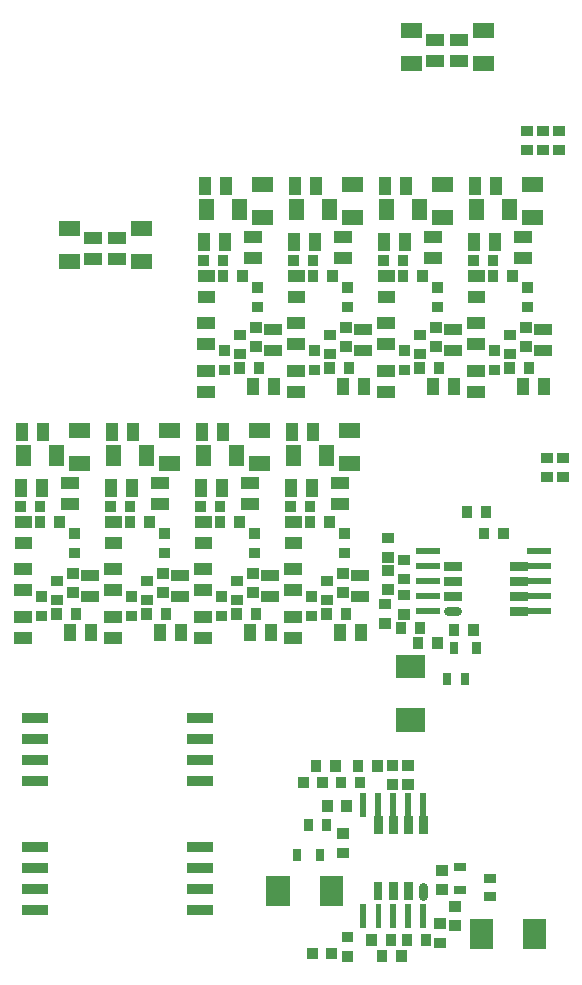
<source format=gbr>
G04 start of page 17 for group -4014 idx -4014 *
G04 Title: EPTPREAMPS, bottompaste *
G04 Creator: pcb 1.99z *
G04 CreationDate: Do 09 Apr 2015 07:41:23 GMT UTC *
G04 For: stephan *
G04 Format: Gerber/RS-274X *
G04 PCB-Dimensions (mil): 2952.76 4724.41 *
G04 PCB-Coordinate-Origin: lower left *
%MOIN*%
%FSLAX25Y25*%
%LNBOTTOMPASTE*%
%ADD257R,0.0787X0.0787*%
%ADD256R,0.0280X0.0280*%
%ADD255C,0.0300*%
%ADD254R,0.0300X0.0300*%
%ADD253R,0.0280X0.0280*%
%ADD252R,0.0180X0.0180*%
%ADD251R,0.0200X0.0200*%
%ADD250R,0.0350X0.0350*%
%ADD249R,0.0394X0.0394*%
%ADD248R,0.0500X0.0500*%
G54D248*X75000Y336941D02*X77000D01*
X75000Y325941D02*X77000D01*
G54D249*X83000Y333941D02*X85000D01*
X83000Y326941D02*X85000D01*
G54D248*X99000Y336941D02*X101000D01*
X99000Y325941D02*X101000D01*
G54D249*X91000Y333941D02*X93000D01*
X91000Y326941D02*X93000D01*
G54D250*X117000Y130941D02*X122000D01*
X117000Y123941D02*X122000D01*
X117000Y116941D02*X122000D01*
X117000Y109941D02*X122000D01*
X62000D02*X67000D01*
X62000Y116941D02*X67000D01*
X62000Y123941D02*X67000D01*
X62000Y130941D02*X67000D01*
X239050Y363241D02*X239450D01*
X239050Y369641D02*X239450D01*
X235050Y254241D02*X235450D01*
X235050Y260641D02*X235450D01*
X228300Y363241D02*X228700D01*
X228300Y369641D02*X228700D01*
X240300Y254241D02*X240700D01*
X240300Y260641D02*X240700D01*
X233800Y369641D02*X234200D01*
X233800Y363241D02*X234200D01*
X62000Y152941D02*X67000D01*
X62000Y159941D02*X67000D01*
X62000Y166941D02*X67000D01*
X62000Y173941D02*X67000D01*
X117000D02*X122000D01*
X117000Y166941D02*X122000D01*
X117000Y159941D02*X122000D01*
X117000Y152941D02*X122000D01*
G54D248*X229500Y340691D02*X231500D01*
X229500Y351691D02*X231500D01*
X211750Y344441D02*Y342441D01*
X222750Y344441D02*Y342441D01*
G54D249*X211250Y352191D02*Y350191D01*
X218250Y352191D02*Y350191D01*
X210500Y289691D02*X212500D01*
X210500Y282691D02*X212500D01*
X226250Y334191D02*X228250D01*
X226250Y327191D02*X228250D01*
X210500Y305691D02*X212500D01*
X210500Y298691D02*X212500D01*
G54D250*X217550Y289991D02*X217950D01*
X217550Y296391D02*X217950D01*
X222800Y301641D02*X223200D01*
X222800Y295241D02*X223200D01*
X217200Y326641D02*Y326241D01*
X210800Y326641D02*Y326241D01*
G54D249*X218000Y333691D02*Y331691D01*
X211000Y333691D02*Y331691D01*
X210750Y314191D02*X212750D01*
X210750Y321191D02*X212750D01*
G54D250*X228050Y297741D02*X228450D01*
X228050Y304141D02*X228450D01*
X228550Y310991D02*X228950D01*
X228550Y317391D02*X228950D01*
X217300Y321391D02*Y320991D01*
X223700Y321391D02*Y320991D01*
G54D249*X233000Y296441D02*X235000D01*
X233000Y303441D02*X235000D01*
X227250Y285441D02*Y283441D01*
X234250Y285441D02*Y283441D01*
G54D250*X222800Y290891D02*Y290491D01*
X229200Y290891D02*Y290491D01*
G54D248*X199500Y340691D02*X201500D01*
X199500Y351691D02*X201500D01*
X181750Y344441D02*Y342441D01*
X192750Y344441D02*Y342441D01*
G54D249*X181250Y352191D02*Y350191D01*
X188250Y352191D02*Y350191D01*
X180500Y289691D02*X182500D01*
X180500Y282691D02*X182500D01*
X196250Y334191D02*X198250D01*
X196250Y327191D02*X198250D01*
X180500Y305691D02*X182500D01*
X180500Y298691D02*X182500D01*
G54D250*X187550Y289991D02*X187950D01*
X187550Y296391D02*X187950D01*
X192800Y301641D02*X193200D01*
X192800Y295241D02*X193200D01*
X187200Y326641D02*Y326241D01*
X180800Y326641D02*Y326241D01*
G54D249*X188000Y333691D02*Y331691D01*
X181000Y333691D02*Y331691D01*
X180750Y314191D02*X182750D01*
X180750Y321191D02*X182750D01*
G54D250*X198050Y297741D02*X198450D01*
X198050Y304141D02*X198450D01*
X198550Y310991D02*X198950D01*
X198550Y317391D02*X198950D01*
X187300Y321391D02*Y320991D01*
X193700Y321391D02*Y320991D01*
G54D249*X203000Y296441D02*X205000D01*
X203000Y303441D02*X205000D01*
X197250Y285441D02*Y283441D01*
X204250Y285441D02*Y283441D01*
G54D250*X192800Y290891D02*Y290491D01*
X199200Y290891D02*Y290491D01*
G54D248*X169500Y340691D02*X171500D01*
X169500Y351691D02*X171500D01*
X151750Y344441D02*Y342441D01*
X162750Y344441D02*Y342441D01*
G54D249*X151250Y352191D02*Y350191D01*
X158250Y352191D02*Y350191D01*
X150500Y289691D02*X152500D01*
X150500Y282691D02*X152500D01*
X166250Y334191D02*X168250D01*
X166250Y327191D02*X168250D01*
X150500Y305691D02*X152500D01*
X150500Y298691D02*X152500D01*
G54D250*X157550Y289991D02*X157950D01*
X157550Y296391D02*X157950D01*
X162800Y301641D02*X163200D01*
X162800Y295241D02*X163200D01*
X157200Y326641D02*Y326241D01*
X150800Y326641D02*Y326241D01*
G54D249*X158000Y333691D02*Y331691D01*
X151000Y333691D02*Y331691D01*
X150750Y314191D02*X152750D01*
X150750Y321191D02*X152750D01*
G54D250*X168050Y297741D02*X168450D01*
X168050Y304141D02*X168450D01*
X168550Y310991D02*X168950D01*
X168550Y317391D02*X168950D01*
X157300Y321391D02*Y320991D01*
X163700Y321391D02*Y320991D01*
G54D249*X173000Y296441D02*X175000D01*
X173000Y303441D02*X175000D01*
X167250Y285441D02*Y283441D01*
X174250Y285441D02*Y283441D01*
G54D250*X162800Y290891D02*Y290491D01*
X169200Y290891D02*Y290491D01*
G54D248*X139500Y340691D02*X141500D01*
X139500Y351691D02*X141500D01*
X121750Y344441D02*Y342441D01*
X132750Y344441D02*Y342441D01*
G54D249*X121250Y352191D02*Y350191D01*
X128250Y352191D02*Y350191D01*
X120500Y289691D02*X122500D01*
X120500Y282691D02*X122500D01*
X136250Y334191D02*X138250D01*
X136250Y327191D02*X138250D01*
X120500Y305691D02*X122500D01*
X120500Y298691D02*X122500D01*
G54D250*X127550Y289991D02*X127950D01*
X127550Y296391D02*X127950D01*
X132800Y301641D02*X133200D01*
X132800Y295241D02*X133200D01*
X127200Y326641D02*Y326241D01*
X120800Y326641D02*Y326241D01*
G54D249*X128000Y333691D02*Y331691D01*
X121000Y333691D02*Y331691D01*
X120750Y314191D02*X122750D01*
X120750Y321191D02*X122750D01*
G54D250*X138050Y297741D02*X138450D01*
X138050Y304141D02*X138450D01*
X138550Y310991D02*X138950D01*
X138550Y317391D02*X138950D01*
X127300Y321391D02*Y320991D01*
X133700Y321391D02*Y320991D01*
G54D249*X143000Y296441D02*X145000D01*
X143000Y303441D02*X145000D01*
X137250Y285441D02*Y283441D01*
X144250Y285441D02*Y283441D01*
G54D250*X132800Y290891D02*Y290491D01*
X139200Y290891D02*Y290491D01*
X168550Y100891D02*X168950D01*
X168550Y94491D02*X168950D01*
X157050Y95641D02*Y95241D01*
X163450Y95641D02*Y95241D01*
X180300Y94891D02*Y94491D01*
X186700Y94891D02*Y94491D01*
X168450Y144891D02*Y144491D01*
X162050Y144891D02*Y144491D01*
X188800Y151741D02*X189200D01*
X188800Y158141D02*X189200D01*
X183550Y151741D02*X183950D01*
X183550Y158141D02*X183950D01*
X172300D02*Y157741D01*
X178700Y158141D02*Y157741D01*
X166550Y152641D02*Y152241D01*
X172950Y152641D02*Y152241D01*
X154050Y152641D02*Y152241D01*
X160450Y152641D02*Y152241D01*
X164700Y158141D02*Y157741D01*
X158300Y158141D02*Y157741D01*
X204300Y104741D02*X204700D01*
X204300Y111141D02*X204700D01*
X200050Y116741D02*X200450D01*
X200050Y123141D02*X200450D01*
X199300Y105391D02*X199700D01*
X199300Y98991D02*X199700D01*
X188550Y100141D02*Y99741D01*
X194950Y100141D02*Y99741D01*
X176800Y100141D02*Y99741D01*
X183200Y100141D02*Y99741D01*
G54D251*X194000Y110941D02*Y104941D01*
X189000Y110941D02*Y104941D01*
X184000Y110941D02*Y104941D01*
G54D252*X179000Y110941D02*Y104941D01*
G54D251*X174000Y110941D02*Y104941D01*
X189000Y147941D02*Y141941D01*
X194000Y147941D02*Y141941D01*
X174000Y147941D02*Y141941D01*
X179000Y147941D02*Y141941D01*
X184000Y147941D02*Y141941D01*
G54D253*X152000Y128741D02*Y127541D01*
X159600Y128741D02*Y127541D01*
X155800Y138941D02*Y137741D01*
X161800Y138941D02*Y137741D01*
G54D250*X167050Y135391D02*X167450D01*
X167050Y128991D02*X167450D01*
G54D253*X205600Y124191D02*X206800D01*
X205600Y116591D02*X206800D01*
X215800Y120391D02*X217000D01*
X215800Y114391D02*X217000D01*
G54D254*X189000Y117691D02*Y114691D01*
X194000Y139691D02*Y136691D01*
X184000Y139691D02*Y136691D01*
X189000Y139691D02*Y136691D01*
X184000Y117691D02*Y114691D01*
G54D255*X194000Y117691D02*Y114691D01*
G54D256*X179000Y117691D02*Y114691D01*
G54D254*Y139691D02*Y136691D01*
X202250Y214441D02*X205250D01*
X224250Y209441D02*X227250D01*
X224250Y219441D02*X227250D01*
X224250Y214441D02*X227250D01*
X202250Y219441D02*X205250D01*
G54D255*X202250Y209441D02*X205250D01*
G54D254*X202250Y224441D02*X205250D01*
X224250D02*X227250D01*
G54D250*X181050Y205491D02*X181450D01*
X181050Y211891D02*X181450D01*
X192300Y199141D02*Y198741D01*
X198700Y199141D02*Y198741D01*
X204300Y203391D02*Y202991D01*
X210700Y203391D02*Y202991D01*
X192950Y204141D02*Y203741D01*
X186550Y204141D02*Y203741D01*
X187300Y214891D02*X187700D01*
X187300Y208491D02*X187700D01*
X187300Y226641D02*X187700D01*
X187300Y220241D02*X187700D01*
G54D253*X211750Y197841D02*Y196641D01*
X204150Y197841D02*Y196641D01*
X207950Y187641D02*Y186441D01*
X201950Y187641D02*Y186441D01*
G54D250*X182050Y223141D02*X182450D01*
X182050Y216741D02*X182450D01*
G54D251*X192500Y209441D02*X198500D01*
X192500Y214441D02*X198500D01*
X192500Y219441D02*X198500D01*
X192500Y224441D02*X198500D01*
X192500Y229441D02*X198500D01*
X229500Y214441D02*X235500D01*
X229500Y209441D02*X235500D01*
X229500Y229441D02*X235500D01*
X229500Y224441D02*X235500D01*
X229500Y219441D02*X235500D01*
G54D250*X182050Y233891D02*X182450D01*
X182050Y227491D02*X182450D01*
X214300Y235641D02*Y235241D01*
X220700Y235641D02*Y235241D01*
X71800Y208891D02*Y208491D01*
X78200Y208891D02*Y208491D01*
G54D249*X76250Y203441D02*Y201441D01*
X83250Y203441D02*Y201441D01*
X82000Y214441D02*X84000D01*
X82000Y221441D02*X84000D01*
G54D250*X66300Y239391D02*Y238991D01*
X72700Y239391D02*Y238991D01*
X77550Y228991D02*X77950D01*
X77550Y235391D02*X77950D01*
X77050Y215741D02*X77450D01*
X77050Y222141D02*X77450D01*
G54D249*X59750Y232191D02*X61750D01*
X59750Y239191D02*X61750D01*
X67000Y251691D02*Y249691D01*
X60000Y251691D02*Y249691D01*
G54D250*X66200Y244641D02*Y244241D01*
X59800Y244641D02*Y244241D01*
X71800Y219641D02*X72200D01*
X71800Y213241D02*X72200D01*
X66550Y207991D02*X66950D01*
X66550Y214391D02*X66950D01*
G54D249*X59500Y223691D02*X61500D01*
X59500Y216691D02*X61500D01*
X75250Y252191D02*X77250D01*
X75250Y245191D02*X77250D01*
X59500Y207691D02*X61500D01*
X59500Y200691D02*X61500D01*
X60250Y270191D02*Y268191D01*
X67250Y270191D02*Y268191D01*
G54D248*X60750Y262441D02*Y260441D01*
X71750Y262441D02*Y260441D01*
X78500Y258691D02*X80500D01*
X78500Y269691D02*X80500D01*
G54D250*X101800Y208891D02*Y208491D01*
X108200Y208891D02*Y208491D01*
G54D249*X106250Y203441D02*Y201441D01*
X113250Y203441D02*Y201441D01*
X112000Y214441D02*X114000D01*
X112000Y221441D02*X114000D01*
G54D250*X96300Y239391D02*Y238991D01*
X102700Y239391D02*Y238991D01*
X107550Y228991D02*X107950D01*
X107550Y235391D02*X107950D01*
X107050Y215741D02*X107450D01*
X107050Y222141D02*X107450D01*
G54D249*X89750Y232191D02*X91750D01*
X89750Y239191D02*X91750D01*
X97000Y251691D02*Y249691D01*
X90000Y251691D02*Y249691D01*
G54D250*X96200Y244641D02*Y244241D01*
X89800Y244641D02*Y244241D01*
X101800Y219641D02*X102200D01*
X101800Y213241D02*X102200D01*
X96550Y207991D02*X96950D01*
X96550Y214391D02*X96950D01*
G54D249*X89500Y223691D02*X91500D01*
X89500Y216691D02*X91500D01*
X105250Y252191D02*X107250D01*
X105250Y245191D02*X107250D01*
X89500Y207691D02*X91500D01*
X89500Y200691D02*X91500D01*
X90250Y270191D02*Y268191D01*
X97250Y270191D02*Y268191D01*
G54D248*X90750Y262441D02*Y260441D01*
X101750Y262441D02*Y260441D01*
X108500Y258691D02*X110500D01*
X108500Y269691D02*X110500D01*
G54D250*X131800Y208891D02*Y208491D01*
X138200Y208891D02*Y208491D01*
G54D249*X136250Y203441D02*Y201441D01*
X143250Y203441D02*Y201441D01*
X142000Y214441D02*X144000D01*
X142000Y221441D02*X144000D01*
G54D250*X126300Y239391D02*Y238991D01*
X132700Y239391D02*Y238991D01*
X137550Y228991D02*X137950D01*
X137550Y235391D02*X137950D01*
X137050Y215741D02*X137450D01*
X137050Y222141D02*X137450D01*
G54D249*X119750Y232191D02*X121750D01*
X119750Y239191D02*X121750D01*
X127000Y251691D02*Y249691D01*
X120000Y251691D02*Y249691D01*
G54D250*X126200Y244641D02*Y244241D01*
X119800Y244641D02*Y244241D01*
X131800Y219641D02*X132200D01*
X131800Y213241D02*X132200D01*
X126550Y207991D02*X126950D01*
X126550Y214391D02*X126950D01*
G54D249*X119500Y223691D02*X121500D01*
X119500Y216691D02*X121500D01*
X135250Y252191D02*X137250D01*
X135250Y245191D02*X137250D01*
X119500Y207691D02*X121500D01*
X119500Y200691D02*X121500D01*
X120250Y270191D02*Y268191D01*
X127250Y270191D02*Y268191D01*
G54D248*X120750Y262441D02*Y260441D01*
X131750Y262441D02*Y260441D01*
X138500Y258691D02*X140500D01*
X138500Y269691D02*X140500D01*
G54D250*X161800Y208891D02*Y208491D01*
X168200Y208891D02*Y208491D01*
G54D249*X166250Y203441D02*Y201441D01*
X173250Y203441D02*Y201441D01*
X172000Y214441D02*X174000D01*
X172000Y221441D02*X174000D01*
G54D250*X156300Y239391D02*Y238991D01*
X162700Y239391D02*Y238991D01*
X167550Y228991D02*X167950D01*
X167550Y235391D02*X167950D01*
X167050Y215741D02*X167450D01*
X167050Y222141D02*X167450D01*
G54D249*X149750Y232191D02*X151750D01*
X149750Y239191D02*X151750D01*
X157000Y251691D02*Y249691D01*
X150000Y251691D02*Y249691D01*
G54D250*X156200Y244641D02*Y244241D01*
X149800Y244641D02*Y244241D01*
X161800Y219641D02*X162200D01*
X161800Y213241D02*X162200D01*
X156550Y207991D02*X156950D01*
X156550Y214391D02*X156950D01*
G54D249*X149500Y223691D02*X151500D01*
X149500Y216691D02*X151500D01*
X165250Y252191D02*X167250D01*
X165250Y245191D02*X167250D01*
X149500Y207691D02*X151500D01*
X149500Y200691D02*X151500D01*
X150250Y270191D02*Y268191D01*
X157250Y270191D02*Y268191D01*
G54D248*X150750Y262441D02*Y260441D01*
X161750Y262441D02*Y260441D01*
X168500Y258691D02*X170500D01*
X168500Y269691D02*X170500D01*
G54D250*X208550Y242891D02*Y242491D01*
X214950Y242891D02*Y242491D01*
G54D248*X189000Y402941D02*X191000D01*
X189000Y391941D02*X191000D01*
G54D249*X197000Y399941D02*X199000D01*
X197000Y392941D02*X199000D01*
G54D248*X213000Y402941D02*X215000D01*
X213000Y391941D02*X215000D01*
G54D249*X205000Y399941D02*X207000D01*
X205000Y392941D02*X207000D01*
G54D257*X188766Y191049D02*X190734D01*
X188766Y173333D02*X190734D01*
X145642Y117175D02*Y115207D01*
X163358Y117175D02*Y115207D01*
X213392Y102925D02*Y100957D01*
X231108Y102925D02*Y100957D01*
M02*

</source>
